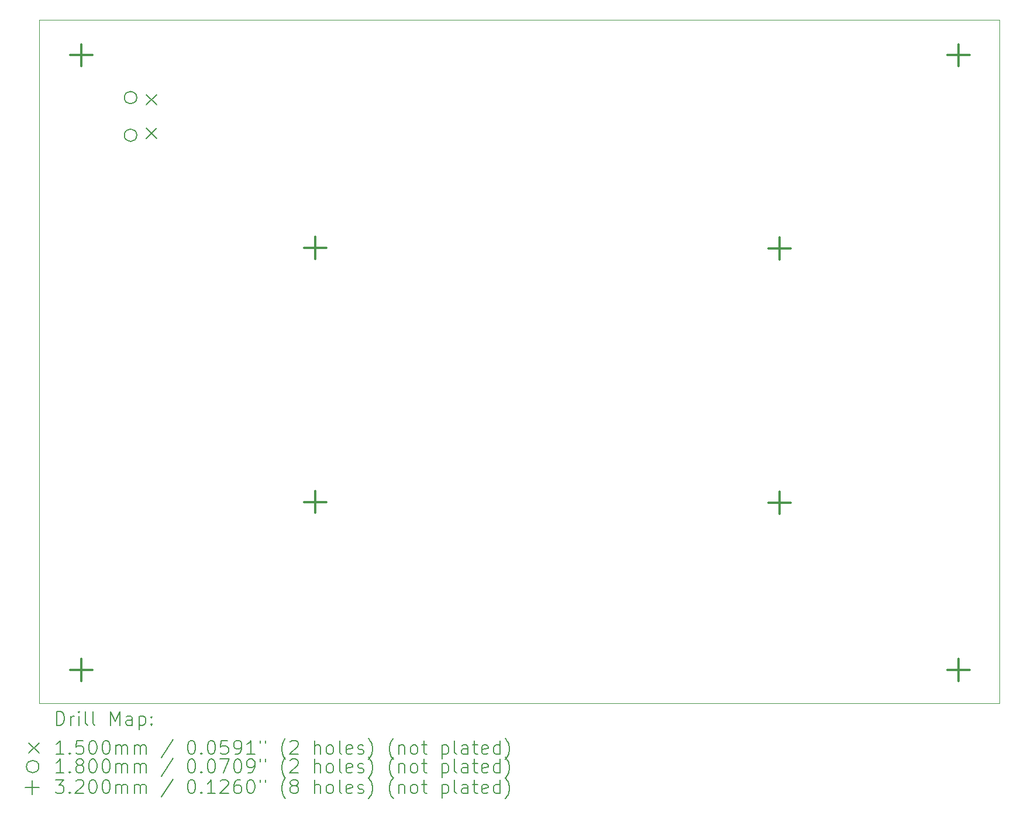
<source format=gbr>
%TF.GenerationSoftware,KiCad,Pcbnew,6.0.11+dfsg-1~bpo11+1*%
%TF.CreationDate,2023-02-20T22:15:40+01:00*%
%TF.ProjectId,v1,76312e6b-6963-4616-945f-706362585858,rev?*%
%TF.SameCoordinates,Original*%
%TF.FileFunction,Drillmap*%
%TF.FilePolarity,Positive*%
%FSLAX45Y45*%
G04 Gerber Fmt 4.5, Leading zero omitted, Abs format (unit mm)*
G04 Created by KiCad (PCBNEW 6.0.11+dfsg-1~bpo11+1) date 2023-02-20 22:15:40*
%MOMM*%
%LPD*%
G01*
G04 APERTURE LIST*
%ADD10C,0.100000*%
%ADD11C,0.200000*%
%ADD12C,0.150000*%
%ADD13C,0.180000*%
%ADD14C,0.320000*%
G04 APERTURE END LIST*
D10*
X23450000Y-13950000D02*
X9550000Y-13950000D01*
X9550000Y-13950000D02*
X9550000Y-4050000D01*
X9550000Y-4050000D02*
X23450000Y-4050000D01*
X23450000Y-4050000D02*
X23450000Y-13950000D01*
D11*
D12*
X11100400Y-5130800D02*
X11250400Y-5280800D01*
X11250400Y-5130800D02*
X11100400Y-5280800D01*
X11100400Y-5615800D02*
X11250400Y-5765800D01*
X11250400Y-5615800D02*
X11100400Y-5765800D01*
D13*
X10962400Y-5175800D02*
G75*
G03*
X10962400Y-5175800I-90000J0D01*
G01*
X10962400Y-5720800D02*
G75*
G03*
X10962400Y-5720800I-90000J0D01*
G01*
D14*
X10160000Y-4402000D02*
X10160000Y-4722000D01*
X10000000Y-4562000D02*
X10320000Y-4562000D01*
X10160000Y-13302000D02*
X10160000Y-13622000D01*
X10000000Y-13462000D02*
X10320000Y-13462000D01*
X13543000Y-7191000D02*
X13543000Y-7511000D01*
X13383000Y-7351000D02*
X13703000Y-7351000D01*
X13543000Y-10871000D02*
X13543000Y-11191000D01*
X13383000Y-11031000D02*
X13703000Y-11031000D01*
X20265000Y-7201000D02*
X20265000Y-7521000D01*
X20105000Y-7361000D02*
X20425000Y-7361000D01*
X20265000Y-10881000D02*
X20265000Y-11201000D01*
X20105000Y-11041000D02*
X20425000Y-11041000D01*
X22860000Y-4402000D02*
X22860000Y-4722000D01*
X22700000Y-4562000D02*
X23020000Y-4562000D01*
X22860000Y-13302000D02*
X22860000Y-13622000D01*
X22700000Y-13462000D02*
X23020000Y-13462000D01*
D11*
X9802619Y-14265476D02*
X9802619Y-14065476D01*
X9850238Y-14065476D01*
X9878810Y-14075000D01*
X9897857Y-14094048D01*
X9907381Y-14113095D01*
X9916905Y-14151190D01*
X9916905Y-14179762D01*
X9907381Y-14217857D01*
X9897857Y-14236905D01*
X9878810Y-14255952D01*
X9850238Y-14265476D01*
X9802619Y-14265476D01*
X10002619Y-14265476D02*
X10002619Y-14132143D01*
X10002619Y-14170238D02*
X10012143Y-14151190D01*
X10021667Y-14141667D01*
X10040714Y-14132143D01*
X10059762Y-14132143D01*
X10126429Y-14265476D02*
X10126429Y-14132143D01*
X10126429Y-14065476D02*
X10116905Y-14075000D01*
X10126429Y-14084524D01*
X10135952Y-14075000D01*
X10126429Y-14065476D01*
X10126429Y-14084524D01*
X10250238Y-14265476D02*
X10231190Y-14255952D01*
X10221667Y-14236905D01*
X10221667Y-14065476D01*
X10355000Y-14265476D02*
X10335952Y-14255952D01*
X10326429Y-14236905D01*
X10326429Y-14065476D01*
X10583571Y-14265476D02*
X10583571Y-14065476D01*
X10650238Y-14208333D01*
X10716905Y-14065476D01*
X10716905Y-14265476D01*
X10897857Y-14265476D02*
X10897857Y-14160714D01*
X10888333Y-14141667D01*
X10869286Y-14132143D01*
X10831190Y-14132143D01*
X10812143Y-14141667D01*
X10897857Y-14255952D02*
X10878810Y-14265476D01*
X10831190Y-14265476D01*
X10812143Y-14255952D01*
X10802619Y-14236905D01*
X10802619Y-14217857D01*
X10812143Y-14198809D01*
X10831190Y-14189286D01*
X10878810Y-14189286D01*
X10897857Y-14179762D01*
X10993095Y-14132143D02*
X10993095Y-14332143D01*
X10993095Y-14141667D02*
X11012143Y-14132143D01*
X11050238Y-14132143D01*
X11069286Y-14141667D01*
X11078810Y-14151190D01*
X11088333Y-14170238D01*
X11088333Y-14227381D01*
X11078810Y-14246428D01*
X11069286Y-14255952D01*
X11050238Y-14265476D01*
X11012143Y-14265476D01*
X10993095Y-14255952D01*
X11174048Y-14246428D02*
X11183571Y-14255952D01*
X11174048Y-14265476D01*
X11164524Y-14255952D01*
X11174048Y-14246428D01*
X11174048Y-14265476D01*
X11174048Y-14141667D02*
X11183571Y-14151190D01*
X11174048Y-14160714D01*
X11164524Y-14151190D01*
X11174048Y-14141667D01*
X11174048Y-14160714D01*
D12*
X9395000Y-14520000D02*
X9545000Y-14670000D01*
X9545000Y-14520000D02*
X9395000Y-14670000D01*
D11*
X9907381Y-14685476D02*
X9793095Y-14685476D01*
X9850238Y-14685476D02*
X9850238Y-14485476D01*
X9831190Y-14514048D01*
X9812143Y-14533095D01*
X9793095Y-14542619D01*
X9993095Y-14666428D02*
X10002619Y-14675952D01*
X9993095Y-14685476D01*
X9983571Y-14675952D01*
X9993095Y-14666428D01*
X9993095Y-14685476D01*
X10183571Y-14485476D02*
X10088333Y-14485476D01*
X10078810Y-14580714D01*
X10088333Y-14571190D01*
X10107381Y-14561667D01*
X10155000Y-14561667D01*
X10174048Y-14571190D01*
X10183571Y-14580714D01*
X10193095Y-14599762D01*
X10193095Y-14647381D01*
X10183571Y-14666428D01*
X10174048Y-14675952D01*
X10155000Y-14685476D01*
X10107381Y-14685476D01*
X10088333Y-14675952D01*
X10078810Y-14666428D01*
X10316905Y-14485476D02*
X10335952Y-14485476D01*
X10355000Y-14495000D01*
X10364524Y-14504524D01*
X10374048Y-14523571D01*
X10383571Y-14561667D01*
X10383571Y-14609286D01*
X10374048Y-14647381D01*
X10364524Y-14666428D01*
X10355000Y-14675952D01*
X10335952Y-14685476D01*
X10316905Y-14685476D01*
X10297857Y-14675952D01*
X10288333Y-14666428D01*
X10278810Y-14647381D01*
X10269286Y-14609286D01*
X10269286Y-14561667D01*
X10278810Y-14523571D01*
X10288333Y-14504524D01*
X10297857Y-14495000D01*
X10316905Y-14485476D01*
X10507381Y-14485476D02*
X10526429Y-14485476D01*
X10545476Y-14495000D01*
X10555000Y-14504524D01*
X10564524Y-14523571D01*
X10574048Y-14561667D01*
X10574048Y-14609286D01*
X10564524Y-14647381D01*
X10555000Y-14666428D01*
X10545476Y-14675952D01*
X10526429Y-14685476D01*
X10507381Y-14685476D01*
X10488333Y-14675952D01*
X10478810Y-14666428D01*
X10469286Y-14647381D01*
X10459762Y-14609286D01*
X10459762Y-14561667D01*
X10469286Y-14523571D01*
X10478810Y-14504524D01*
X10488333Y-14495000D01*
X10507381Y-14485476D01*
X10659762Y-14685476D02*
X10659762Y-14552143D01*
X10659762Y-14571190D02*
X10669286Y-14561667D01*
X10688333Y-14552143D01*
X10716905Y-14552143D01*
X10735952Y-14561667D01*
X10745476Y-14580714D01*
X10745476Y-14685476D01*
X10745476Y-14580714D02*
X10755000Y-14561667D01*
X10774048Y-14552143D01*
X10802619Y-14552143D01*
X10821667Y-14561667D01*
X10831190Y-14580714D01*
X10831190Y-14685476D01*
X10926429Y-14685476D02*
X10926429Y-14552143D01*
X10926429Y-14571190D02*
X10935952Y-14561667D01*
X10955000Y-14552143D01*
X10983571Y-14552143D01*
X11002619Y-14561667D01*
X11012143Y-14580714D01*
X11012143Y-14685476D01*
X11012143Y-14580714D02*
X11021667Y-14561667D01*
X11040714Y-14552143D01*
X11069286Y-14552143D01*
X11088333Y-14561667D01*
X11097857Y-14580714D01*
X11097857Y-14685476D01*
X11488333Y-14475952D02*
X11316905Y-14733095D01*
X11745476Y-14485476D02*
X11764524Y-14485476D01*
X11783571Y-14495000D01*
X11793095Y-14504524D01*
X11802619Y-14523571D01*
X11812143Y-14561667D01*
X11812143Y-14609286D01*
X11802619Y-14647381D01*
X11793095Y-14666428D01*
X11783571Y-14675952D01*
X11764524Y-14685476D01*
X11745476Y-14685476D01*
X11726428Y-14675952D01*
X11716905Y-14666428D01*
X11707381Y-14647381D01*
X11697857Y-14609286D01*
X11697857Y-14561667D01*
X11707381Y-14523571D01*
X11716905Y-14504524D01*
X11726428Y-14495000D01*
X11745476Y-14485476D01*
X11897857Y-14666428D02*
X11907381Y-14675952D01*
X11897857Y-14685476D01*
X11888333Y-14675952D01*
X11897857Y-14666428D01*
X11897857Y-14685476D01*
X12031190Y-14485476D02*
X12050238Y-14485476D01*
X12069286Y-14495000D01*
X12078809Y-14504524D01*
X12088333Y-14523571D01*
X12097857Y-14561667D01*
X12097857Y-14609286D01*
X12088333Y-14647381D01*
X12078809Y-14666428D01*
X12069286Y-14675952D01*
X12050238Y-14685476D01*
X12031190Y-14685476D01*
X12012143Y-14675952D01*
X12002619Y-14666428D01*
X11993095Y-14647381D01*
X11983571Y-14609286D01*
X11983571Y-14561667D01*
X11993095Y-14523571D01*
X12002619Y-14504524D01*
X12012143Y-14495000D01*
X12031190Y-14485476D01*
X12278809Y-14485476D02*
X12183571Y-14485476D01*
X12174048Y-14580714D01*
X12183571Y-14571190D01*
X12202619Y-14561667D01*
X12250238Y-14561667D01*
X12269286Y-14571190D01*
X12278809Y-14580714D01*
X12288333Y-14599762D01*
X12288333Y-14647381D01*
X12278809Y-14666428D01*
X12269286Y-14675952D01*
X12250238Y-14685476D01*
X12202619Y-14685476D01*
X12183571Y-14675952D01*
X12174048Y-14666428D01*
X12383571Y-14685476D02*
X12421667Y-14685476D01*
X12440714Y-14675952D01*
X12450238Y-14666428D01*
X12469286Y-14637857D01*
X12478809Y-14599762D01*
X12478809Y-14523571D01*
X12469286Y-14504524D01*
X12459762Y-14495000D01*
X12440714Y-14485476D01*
X12402619Y-14485476D01*
X12383571Y-14495000D01*
X12374048Y-14504524D01*
X12364524Y-14523571D01*
X12364524Y-14571190D01*
X12374048Y-14590238D01*
X12383571Y-14599762D01*
X12402619Y-14609286D01*
X12440714Y-14609286D01*
X12459762Y-14599762D01*
X12469286Y-14590238D01*
X12478809Y-14571190D01*
X12669286Y-14685476D02*
X12555000Y-14685476D01*
X12612143Y-14685476D02*
X12612143Y-14485476D01*
X12593095Y-14514048D01*
X12574048Y-14533095D01*
X12555000Y-14542619D01*
X12745476Y-14485476D02*
X12745476Y-14523571D01*
X12821667Y-14485476D02*
X12821667Y-14523571D01*
X13116905Y-14761667D02*
X13107381Y-14752143D01*
X13088333Y-14723571D01*
X13078809Y-14704524D01*
X13069286Y-14675952D01*
X13059762Y-14628333D01*
X13059762Y-14590238D01*
X13069286Y-14542619D01*
X13078809Y-14514048D01*
X13088333Y-14495000D01*
X13107381Y-14466428D01*
X13116905Y-14456905D01*
X13183571Y-14504524D02*
X13193095Y-14495000D01*
X13212143Y-14485476D01*
X13259762Y-14485476D01*
X13278809Y-14495000D01*
X13288333Y-14504524D01*
X13297857Y-14523571D01*
X13297857Y-14542619D01*
X13288333Y-14571190D01*
X13174048Y-14685476D01*
X13297857Y-14685476D01*
X13535952Y-14685476D02*
X13535952Y-14485476D01*
X13621667Y-14685476D02*
X13621667Y-14580714D01*
X13612143Y-14561667D01*
X13593095Y-14552143D01*
X13564524Y-14552143D01*
X13545476Y-14561667D01*
X13535952Y-14571190D01*
X13745476Y-14685476D02*
X13726428Y-14675952D01*
X13716905Y-14666428D01*
X13707381Y-14647381D01*
X13707381Y-14590238D01*
X13716905Y-14571190D01*
X13726428Y-14561667D01*
X13745476Y-14552143D01*
X13774048Y-14552143D01*
X13793095Y-14561667D01*
X13802619Y-14571190D01*
X13812143Y-14590238D01*
X13812143Y-14647381D01*
X13802619Y-14666428D01*
X13793095Y-14675952D01*
X13774048Y-14685476D01*
X13745476Y-14685476D01*
X13926428Y-14685476D02*
X13907381Y-14675952D01*
X13897857Y-14656905D01*
X13897857Y-14485476D01*
X14078809Y-14675952D02*
X14059762Y-14685476D01*
X14021667Y-14685476D01*
X14002619Y-14675952D01*
X13993095Y-14656905D01*
X13993095Y-14580714D01*
X14002619Y-14561667D01*
X14021667Y-14552143D01*
X14059762Y-14552143D01*
X14078809Y-14561667D01*
X14088333Y-14580714D01*
X14088333Y-14599762D01*
X13993095Y-14618809D01*
X14164524Y-14675952D02*
X14183571Y-14685476D01*
X14221667Y-14685476D01*
X14240714Y-14675952D01*
X14250238Y-14656905D01*
X14250238Y-14647381D01*
X14240714Y-14628333D01*
X14221667Y-14618809D01*
X14193095Y-14618809D01*
X14174048Y-14609286D01*
X14164524Y-14590238D01*
X14164524Y-14580714D01*
X14174048Y-14561667D01*
X14193095Y-14552143D01*
X14221667Y-14552143D01*
X14240714Y-14561667D01*
X14316905Y-14761667D02*
X14326428Y-14752143D01*
X14345476Y-14723571D01*
X14355000Y-14704524D01*
X14364524Y-14675952D01*
X14374048Y-14628333D01*
X14374048Y-14590238D01*
X14364524Y-14542619D01*
X14355000Y-14514048D01*
X14345476Y-14495000D01*
X14326428Y-14466428D01*
X14316905Y-14456905D01*
X14678809Y-14761667D02*
X14669286Y-14752143D01*
X14650238Y-14723571D01*
X14640714Y-14704524D01*
X14631190Y-14675952D01*
X14621667Y-14628333D01*
X14621667Y-14590238D01*
X14631190Y-14542619D01*
X14640714Y-14514048D01*
X14650238Y-14495000D01*
X14669286Y-14466428D01*
X14678809Y-14456905D01*
X14755000Y-14552143D02*
X14755000Y-14685476D01*
X14755000Y-14571190D02*
X14764524Y-14561667D01*
X14783571Y-14552143D01*
X14812143Y-14552143D01*
X14831190Y-14561667D01*
X14840714Y-14580714D01*
X14840714Y-14685476D01*
X14964524Y-14685476D02*
X14945476Y-14675952D01*
X14935952Y-14666428D01*
X14926428Y-14647381D01*
X14926428Y-14590238D01*
X14935952Y-14571190D01*
X14945476Y-14561667D01*
X14964524Y-14552143D01*
X14993095Y-14552143D01*
X15012143Y-14561667D01*
X15021667Y-14571190D01*
X15031190Y-14590238D01*
X15031190Y-14647381D01*
X15021667Y-14666428D01*
X15012143Y-14675952D01*
X14993095Y-14685476D01*
X14964524Y-14685476D01*
X15088333Y-14552143D02*
X15164524Y-14552143D01*
X15116905Y-14485476D02*
X15116905Y-14656905D01*
X15126428Y-14675952D01*
X15145476Y-14685476D01*
X15164524Y-14685476D01*
X15383571Y-14552143D02*
X15383571Y-14752143D01*
X15383571Y-14561667D02*
X15402619Y-14552143D01*
X15440714Y-14552143D01*
X15459762Y-14561667D01*
X15469286Y-14571190D01*
X15478809Y-14590238D01*
X15478809Y-14647381D01*
X15469286Y-14666428D01*
X15459762Y-14675952D01*
X15440714Y-14685476D01*
X15402619Y-14685476D01*
X15383571Y-14675952D01*
X15593095Y-14685476D02*
X15574048Y-14675952D01*
X15564524Y-14656905D01*
X15564524Y-14485476D01*
X15755000Y-14685476D02*
X15755000Y-14580714D01*
X15745476Y-14561667D01*
X15726428Y-14552143D01*
X15688333Y-14552143D01*
X15669286Y-14561667D01*
X15755000Y-14675952D02*
X15735952Y-14685476D01*
X15688333Y-14685476D01*
X15669286Y-14675952D01*
X15659762Y-14656905D01*
X15659762Y-14637857D01*
X15669286Y-14618809D01*
X15688333Y-14609286D01*
X15735952Y-14609286D01*
X15755000Y-14599762D01*
X15821667Y-14552143D02*
X15897857Y-14552143D01*
X15850238Y-14485476D02*
X15850238Y-14656905D01*
X15859762Y-14675952D01*
X15878809Y-14685476D01*
X15897857Y-14685476D01*
X16040714Y-14675952D02*
X16021667Y-14685476D01*
X15983571Y-14685476D01*
X15964524Y-14675952D01*
X15955000Y-14656905D01*
X15955000Y-14580714D01*
X15964524Y-14561667D01*
X15983571Y-14552143D01*
X16021667Y-14552143D01*
X16040714Y-14561667D01*
X16050238Y-14580714D01*
X16050238Y-14599762D01*
X15955000Y-14618809D01*
X16221667Y-14685476D02*
X16221667Y-14485476D01*
X16221667Y-14675952D02*
X16202619Y-14685476D01*
X16164524Y-14685476D01*
X16145476Y-14675952D01*
X16135952Y-14666428D01*
X16126428Y-14647381D01*
X16126428Y-14590238D01*
X16135952Y-14571190D01*
X16145476Y-14561667D01*
X16164524Y-14552143D01*
X16202619Y-14552143D01*
X16221667Y-14561667D01*
X16297857Y-14761667D02*
X16307381Y-14752143D01*
X16326428Y-14723571D01*
X16335952Y-14704524D01*
X16345476Y-14675952D01*
X16355000Y-14628333D01*
X16355000Y-14590238D01*
X16345476Y-14542619D01*
X16335952Y-14514048D01*
X16326428Y-14495000D01*
X16307381Y-14466428D01*
X16297857Y-14456905D01*
D13*
X9545000Y-14865000D02*
G75*
G03*
X9545000Y-14865000I-90000J0D01*
G01*
D11*
X9907381Y-14955476D02*
X9793095Y-14955476D01*
X9850238Y-14955476D02*
X9850238Y-14755476D01*
X9831190Y-14784048D01*
X9812143Y-14803095D01*
X9793095Y-14812619D01*
X9993095Y-14936428D02*
X10002619Y-14945952D01*
X9993095Y-14955476D01*
X9983571Y-14945952D01*
X9993095Y-14936428D01*
X9993095Y-14955476D01*
X10116905Y-14841190D02*
X10097857Y-14831667D01*
X10088333Y-14822143D01*
X10078810Y-14803095D01*
X10078810Y-14793571D01*
X10088333Y-14774524D01*
X10097857Y-14765000D01*
X10116905Y-14755476D01*
X10155000Y-14755476D01*
X10174048Y-14765000D01*
X10183571Y-14774524D01*
X10193095Y-14793571D01*
X10193095Y-14803095D01*
X10183571Y-14822143D01*
X10174048Y-14831667D01*
X10155000Y-14841190D01*
X10116905Y-14841190D01*
X10097857Y-14850714D01*
X10088333Y-14860238D01*
X10078810Y-14879286D01*
X10078810Y-14917381D01*
X10088333Y-14936428D01*
X10097857Y-14945952D01*
X10116905Y-14955476D01*
X10155000Y-14955476D01*
X10174048Y-14945952D01*
X10183571Y-14936428D01*
X10193095Y-14917381D01*
X10193095Y-14879286D01*
X10183571Y-14860238D01*
X10174048Y-14850714D01*
X10155000Y-14841190D01*
X10316905Y-14755476D02*
X10335952Y-14755476D01*
X10355000Y-14765000D01*
X10364524Y-14774524D01*
X10374048Y-14793571D01*
X10383571Y-14831667D01*
X10383571Y-14879286D01*
X10374048Y-14917381D01*
X10364524Y-14936428D01*
X10355000Y-14945952D01*
X10335952Y-14955476D01*
X10316905Y-14955476D01*
X10297857Y-14945952D01*
X10288333Y-14936428D01*
X10278810Y-14917381D01*
X10269286Y-14879286D01*
X10269286Y-14831667D01*
X10278810Y-14793571D01*
X10288333Y-14774524D01*
X10297857Y-14765000D01*
X10316905Y-14755476D01*
X10507381Y-14755476D02*
X10526429Y-14755476D01*
X10545476Y-14765000D01*
X10555000Y-14774524D01*
X10564524Y-14793571D01*
X10574048Y-14831667D01*
X10574048Y-14879286D01*
X10564524Y-14917381D01*
X10555000Y-14936428D01*
X10545476Y-14945952D01*
X10526429Y-14955476D01*
X10507381Y-14955476D01*
X10488333Y-14945952D01*
X10478810Y-14936428D01*
X10469286Y-14917381D01*
X10459762Y-14879286D01*
X10459762Y-14831667D01*
X10469286Y-14793571D01*
X10478810Y-14774524D01*
X10488333Y-14765000D01*
X10507381Y-14755476D01*
X10659762Y-14955476D02*
X10659762Y-14822143D01*
X10659762Y-14841190D02*
X10669286Y-14831667D01*
X10688333Y-14822143D01*
X10716905Y-14822143D01*
X10735952Y-14831667D01*
X10745476Y-14850714D01*
X10745476Y-14955476D01*
X10745476Y-14850714D02*
X10755000Y-14831667D01*
X10774048Y-14822143D01*
X10802619Y-14822143D01*
X10821667Y-14831667D01*
X10831190Y-14850714D01*
X10831190Y-14955476D01*
X10926429Y-14955476D02*
X10926429Y-14822143D01*
X10926429Y-14841190D02*
X10935952Y-14831667D01*
X10955000Y-14822143D01*
X10983571Y-14822143D01*
X11002619Y-14831667D01*
X11012143Y-14850714D01*
X11012143Y-14955476D01*
X11012143Y-14850714D02*
X11021667Y-14831667D01*
X11040714Y-14822143D01*
X11069286Y-14822143D01*
X11088333Y-14831667D01*
X11097857Y-14850714D01*
X11097857Y-14955476D01*
X11488333Y-14745952D02*
X11316905Y-15003095D01*
X11745476Y-14755476D02*
X11764524Y-14755476D01*
X11783571Y-14765000D01*
X11793095Y-14774524D01*
X11802619Y-14793571D01*
X11812143Y-14831667D01*
X11812143Y-14879286D01*
X11802619Y-14917381D01*
X11793095Y-14936428D01*
X11783571Y-14945952D01*
X11764524Y-14955476D01*
X11745476Y-14955476D01*
X11726428Y-14945952D01*
X11716905Y-14936428D01*
X11707381Y-14917381D01*
X11697857Y-14879286D01*
X11697857Y-14831667D01*
X11707381Y-14793571D01*
X11716905Y-14774524D01*
X11726428Y-14765000D01*
X11745476Y-14755476D01*
X11897857Y-14936428D02*
X11907381Y-14945952D01*
X11897857Y-14955476D01*
X11888333Y-14945952D01*
X11897857Y-14936428D01*
X11897857Y-14955476D01*
X12031190Y-14755476D02*
X12050238Y-14755476D01*
X12069286Y-14765000D01*
X12078809Y-14774524D01*
X12088333Y-14793571D01*
X12097857Y-14831667D01*
X12097857Y-14879286D01*
X12088333Y-14917381D01*
X12078809Y-14936428D01*
X12069286Y-14945952D01*
X12050238Y-14955476D01*
X12031190Y-14955476D01*
X12012143Y-14945952D01*
X12002619Y-14936428D01*
X11993095Y-14917381D01*
X11983571Y-14879286D01*
X11983571Y-14831667D01*
X11993095Y-14793571D01*
X12002619Y-14774524D01*
X12012143Y-14765000D01*
X12031190Y-14755476D01*
X12164524Y-14755476D02*
X12297857Y-14755476D01*
X12212143Y-14955476D01*
X12412143Y-14755476D02*
X12431190Y-14755476D01*
X12450238Y-14765000D01*
X12459762Y-14774524D01*
X12469286Y-14793571D01*
X12478809Y-14831667D01*
X12478809Y-14879286D01*
X12469286Y-14917381D01*
X12459762Y-14936428D01*
X12450238Y-14945952D01*
X12431190Y-14955476D01*
X12412143Y-14955476D01*
X12393095Y-14945952D01*
X12383571Y-14936428D01*
X12374048Y-14917381D01*
X12364524Y-14879286D01*
X12364524Y-14831667D01*
X12374048Y-14793571D01*
X12383571Y-14774524D01*
X12393095Y-14765000D01*
X12412143Y-14755476D01*
X12574048Y-14955476D02*
X12612143Y-14955476D01*
X12631190Y-14945952D01*
X12640714Y-14936428D01*
X12659762Y-14907857D01*
X12669286Y-14869762D01*
X12669286Y-14793571D01*
X12659762Y-14774524D01*
X12650238Y-14765000D01*
X12631190Y-14755476D01*
X12593095Y-14755476D01*
X12574048Y-14765000D01*
X12564524Y-14774524D01*
X12555000Y-14793571D01*
X12555000Y-14841190D01*
X12564524Y-14860238D01*
X12574048Y-14869762D01*
X12593095Y-14879286D01*
X12631190Y-14879286D01*
X12650238Y-14869762D01*
X12659762Y-14860238D01*
X12669286Y-14841190D01*
X12745476Y-14755476D02*
X12745476Y-14793571D01*
X12821667Y-14755476D02*
X12821667Y-14793571D01*
X13116905Y-15031667D02*
X13107381Y-15022143D01*
X13088333Y-14993571D01*
X13078809Y-14974524D01*
X13069286Y-14945952D01*
X13059762Y-14898333D01*
X13059762Y-14860238D01*
X13069286Y-14812619D01*
X13078809Y-14784048D01*
X13088333Y-14765000D01*
X13107381Y-14736428D01*
X13116905Y-14726905D01*
X13183571Y-14774524D02*
X13193095Y-14765000D01*
X13212143Y-14755476D01*
X13259762Y-14755476D01*
X13278809Y-14765000D01*
X13288333Y-14774524D01*
X13297857Y-14793571D01*
X13297857Y-14812619D01*
X13288333Y-14841190D01*
X13174048Y-14955476D01*
X13297857Y-14955476D01*
X13535952Y-14955476D02*
X13535952Y-14755476D01*
X13621667Y-14955476D02*
X13621667Y-14850714D01*
X13612143Y-14831667D01*
X13593095Y-14822143D01*
X13564524Y-14822143D01*
X13545476Y-14831667D01*
X13535952Y-14841190D01*
X13745476Y-14955476D02*
X13726428Y-14945952D01*
X13716905Y-14936428D01*
X13707381Y-14917381D01*
X13707381Y-14860238D01*
X13716905Y-14841190D01*
X13726428Y-14831667D01*
X13745476Y-14822143D01*
X13774048Y-14822143D01*
X13793095Y-14831667D01*
X13802619Y-14841190D01*
X13812143Y-14860238D01*
X13812143Y-14917381D01*
X13802619Y-14936428D01*
X13793095Y-14945952D01*
X13774048Y-14955476D01*
X13745476Y-14955476D01*
X13926428Y-14955476D02*
X13907381Y-14945952D01*
X13897857Y-14926905D01*
X13897857Y-14755476D01*
X14078809Y-14945952D02*
X14059762Y-14955476D01*
X14021667Y-14955476D01*
X14002619Y-14945952D01*
X13993095Y-14926905D01*
X13993095Y-14850714D01*
X14002619Y-14831667D01*
X14021667Y-14822143D01*
X14059762Y-14822143D01*
X14078809Y-14831667D01*
X14088333Y-14850714D01*
X14088333Y-14869762D01*
X13993095Y-14888809D01*
X14164524Y-14945952D02*
X14183571Y-14955476D01*
X14221667Y-14955476D01*
X14240714Y-14945952D01*
X14250238Y-14926905D01*
X14250238Y-14917381D01*
X14240714Y-14898333D01*
X14221667Y-14888809D01*
X14193095Y-14888809D01*
X14174048Y-14879286D01*
X14164524Y-14860238D01*
X14164524Y-14850714D01*
X14174048Y-14831667D01*
X14193095Y-14822143D01*
X14221667Y-14822143D01*
X14240714Y-14831667D01*
X14316905Y-15031667D02*
X14326428Y-15022143D01*
X14345476Y-14993571D01*
X14355000Y-14974524D01*
X14364524Y-14945952D01*
X14374048Y-14898333D01*
X14374048Y-14860238D01*
X14364524Y-14812619D01*
X14355000Y-14784048D01*
X14345476Y-14765000D01*
X14326428Y-14736428D01*
X14316905Y-14726905D01*
X14678809Y-15031667D02*
X14669286Y-15022143D01*
X14650238Y-14993571D01*
X14640714Y-14974524D01*
X14631190Y-14945952D01*
X14621667Y-14898333D01*
X14621667Y-14860238D01*
X14631190Y-14812619D01*
X14640714Y-14784048D01*
X14650238Y-14765000D01*
X14669286Y-14736428D01*
X14678809Y-14726905D01*
X14755000Y-14822143D02*
X14755000Y-14955476D01*
X14755000Y-14841190D02*
X14764524Y-14831667D01*
X14783571Y-14822143D01*
X14812143Y-14822143D01*
X14831190Y-14831667D01*
X14840714Y-14850714D01*
X14840714Y-14955476D01*
X14964524Y-14955476D02*
X14945476Y-14945952D01*
X14935952Y-14936428D01*
X14926428Y-14917381D01*
X14926428Y-14860238D01*
X14935952Y-14841190D01*
X14945476Y-14831667D01*
X14964524Y-14822143D01*
X14993095Y-14822143D01*
X15012143Y-14831667D01*
X15021667Y-14841190D01*
X15031190Y-14860238D01*
X15031190Y-14917381D01*
X15021667Y-14936428D01*
X15012143Y-14945952D01*
X14993095Y-14955476D01*
X14964524Y-14955476D01*
X15088333Y-14822143D02*
X15164524Y-14822143D01*
X15116905Y-14755476D02*
X15116905Y-14926905D01*
X15126428Y-14945952D01*
X15145476Y-14955476D01*
X15164524Y-14955476D01*
X15383571Y-14822143D02*
X15383571Y-15022143D01*
X15383571Y-14831667D02*
X15402619Y-14822143D01*
X15440714Y-14822143D01*
X15459762Y-14831667D01*
X15469286Y-14841190D01*
X15478809Y-14860238D01*
X15478809Y-14917381D01*
X15469286Y-14936428D01*
X15459762Y-14945952D01*
X15440714Y-14955476D01*
X15402619Y-14955476D01*
X15383571Y-14945952D01*
X15593095Y-14955476D02*
X15574048Y-14945952D01*
X15564524Y-14926905D01*
X15564524Y-14755476D01*
X15755000Y-14955476D02*
X15755000Y-14850714D01*
X15745476Y-14831667D01*
X15726428Y-14822143D01*
X15688333Y-14822143D01*
X15669286Y-14831667D01*
X15755000Y-14945952D02*
X15735952Y-14955476D01*
X15688333Y-14955476D01*
X15669286Y-14945952D01*
X15659762Y-14926905D01*
X15659762Y-14907857D01*
X15669286Y-14888809D01*
X15688333Y-14879286D01*
X15735952Y-14879286D01*
X15755000Y-14869762D01*
X15821667Y-14822143D02*
X15897857Y-14822143D01*
X15850238Y-14755476D02*
X15850238Y-14926905D01*
X15859762Y-14945952D01*
X15878809Y-14955476D01*
X15897857Y-14955476D01*
X16040714Y-14945952D02*
X16021667Y-14955476D01*
X15983571Y-14955476D01*
X15964524Y-14945952D01*
X15955000Y-14926905D01*
X15955000Y-14850714D01*
X15964524Y-14831667D01*
X15983571Y-14822143D01*
X16021667Y-14822143D01*
X16040714Y-14831667D01*
X16050238Y-14850714D01*
X16050238Y-14869762D01*
X15955000Y-14888809D01*
X16221667Y-14955476D02*
X16221667Y-14755476D01*
X16221667Y-14945952D02*
X16202619Y-14955476D01*
X16164524Y-14955476D01*
X16145476Y-14945952D01*
X16135952Y-14936428D01*
X16126428Y-14917381D01*
X16126428Y-14860238D01*
X16135952Y-14841190D01*
X16145476Y-14831667D01*
X16164524Y-14822143D01*
X16202619Y-14822143D01*
X16221667Y-14831667D01*
X16297857Y-15031667D02*
X16307381Y-15022143D01*
X16326428Y-14993571D01*
X16335952Y-14974524D01*
X16345476Y-14945952D01*
X16355000Y-14898333D01*
X16355000Y-14860238D01*
X16345476Y-14812619D01*
X16335952Y-14784048D01*
X16326428Y-14765000D01*
X16307381Y-14736428D01*
X16297857Y-14726905D01*
X9445000Y-15065000D02*
X9445000Y-15265000D01*
X9345000Y-15165000D02*
X9545000Y-15165000D01*
X9783571Y-15055476D02*
X9907381Y-15055476D01*
X9840714Y-15131667D01*
X9869286Y-15131667D01*
X9888333Y-15141190D01*
X9897857Y-15150714D01*
X9907381Y-15169762D01*
X9907381Y-15217381D01*
X9897857Y-15236428D01*
X9888333Y-15245952D01*
X9869286Y-15255476D01*
X9812143Y-15255476D01*
X9793095Y-15245952D01*
X9783571Y-15236428D01*
X9993095Y-15236428D02*
X10002619Y-15245952D01*
X9993095Y-15255476D01*
X9983571Y-15245952D01*
X9993095Y-15236428D01*
X9993095Y-15255476D01*
X10078810Y-15074524D02*
X10088333Y-15065000D01*
X10107381Y-15055476D01*
X10155000Y-15055476D01*
X10174048Y-15065000D01*
X10183571Y-15074524D01*
X10193095Y-15093571D01*
X10193095Y-15112619D01*
X10183571Y-15141190D01*
X10069286Y-15255476D01*
X10193095Y-15255476D01*
X10316905Y-15055476D02*
X10335952Y-15055476D01*
X10355000Y-15065000D01*
X10364524Y-15074524D01*
X10374048Y-15093571D01*
X10383571Y-15131667D01*
X10383571Y-15179286D01*
X10374048Y-15217381D01*
X10364524Y-15236428D01*
X10355000Y-15245952D01*
X10335952Y-15255476D01*
X10316905Y-15255476D01*
X10297857Y-15245952D01*
X10288333Y-15236428D01*
X10278810Y-15217381D01*
X10269286Y-15179286D01*
X10269286Y-15131667D01*
X10278810Y-15093571D01*
X10288333Y-15074524D01*
X10297857Y-15065000D01*
X10316905Y-15055476D01*
X10507381Y-15055476D02*
X10526429Y-15055476D01*
X10545476Y-15065000D01*
X10555000Y-15074524D01*
X10564524Y-15093571D01*
X10574048Y-15131667D01*
X10574048Y-15179286D01*
X10564524Y-15217381D01*
X10555000Y-15236428D01*
X10545476Y-15245952D01*
X10526429Y-15255476D01*
X10507381Y-15255476D01*
X10488333Y-15245952D01*
X10478810Y-15236428D01*
X10469286Y-15217381D01*
X10459762Y-15179286D01*
X10459762Y-15131667D01*
X10469286Y-15093571D01*
X10478810Y-15074524D01*
X10488333Y-15065000D01*
X10507381Y-15055476D01*
X10659762Y-15255476D02*
X10659762Y-15122143D01*
X10659762Y-15141190D02*
X10669286Y-15131667D01*
X10688333Y-15122143D01*
X10716905Y-15122143D01*
X10735952Y-15131667D01*
X10745476Y-15150714D01*
X10745476Y-15255476D01*
X10745476Y-15150714D02*
X10755000Y-15131667D01*
X10774048Y-15122143D01*
X10802619Y-15122143D01*
X10821667Y-15131667D01*
X10831190Y-15150714D01*
X10831190Y-15255476D01*
X10926429Y-15255476D02*
X10926429Y-15122143D01*
X10926429Y-15141190D02*
X10935952Y-15131667D01*
X10955000Y-15122143D01*
X10983571Y-15122143D01*
X11002619Y-15131667D01*
X11012143Y-15150714D01*
X11012143Y-15255476D01*
X11012143Y-15150714D02*
X11021667Y-15131667D01*
X11040714Y-15122143D01*
X11069286Y-15122143D01*
X11088333Y-15131667D01*
X11097857Y-15150714D01*
X11097857Y-15255476D01*
X11488333Y-15045952D02*
X11316905Y-15303095D01*
X11745476Y-15055476D02*
X11764524Y-15055476D01*
X11783571Y-15065000D01*
X11793095Y-15074524D01*
X11802619Y-15093571D01*
X11812143Y-15131667D01*
X11812143Y-15179286D01*
X11802619Y-15217381D01*
X11793095Y-15236428D01*
X11783571Y-15245952D01*
X11764524Y-15255476D01*
X11745476Y-15255476D01*
X11726428Y-15245952D01*
X11716905Y-15236428D01*
X11707381Y-15217381D01*
X11697857Y-15179286D01*
X11697857Y-15131667D01*
X11707381Y-15093571D01*
X11716905Y-15074524D01*
X11726428Y-15065000D01*
X11745476Y-15055476D01*
X11897857Y-15236428D02*
X11907381Y-15245952D01*
X11897857Y-15255476D01*
X11888333Y-15245952D01*
X11897857Y-15236428D01*
X11897857Y-15255476D01*
X12097857Y-15255476D02*
X11983571Y-15255476D01*
X12040714Y-15255476D02*
X12040714Y-15055476D01*
X12021667Y-15084048D01*
X12002619Y-15103095D01*
X11983571Y-15112619D01*
X12174048Y-15074524D02*
X12183571Y-15065000D01*
X12202619Y-15055476D01*
X12250238Y-15055476D01*
X12269286Y-15065000D01*
X12278809Y-15074524D01*
X12288333Y-15093571D01*
X12288333Y-15112619D01*
X12278809Y-15141190D01*
X12164524Y-15255476D01*
X12288333Y-15255476D01*
X12459762Y-15055476D02*
X12421667Y-15055476D01*
X12402619Y-15065000D01*
X12393095Y-15074524D01*
X12374048Y-15103095D01*
X12364524Y-15141190D01*
X12364524Y-15217381D01*
X12374048Y-15236428D01*
X12383571Y-15245952D01*
X12402619Y-15255476D01*
X12440714Y-15255476D01*
X12459762Y-15245952D01*
X12469286Y-15236428D01*
X12478809Y-15217381D01*
X12478809Y-15169762D01*
X12469286Y-15150714D01*
X12459762Y-15141190D01*
X12440714Y-15131667D01*
X12402619Y-15131667D01*
X12383571Y-15141190D01*
X12374048Y-15150714D01*
X12364524Y-15169762D01*
X12602619Y-15055476D02*
X12621667Y-15055476D01*
X12640714Y-15065000D01*
X12650238Y-15074524D01*
X12659762Y-15093571D01*
X12669286Y-15131667D01*
X12669286Y-15179286D01*
X12659762Y-15217381D01*
X12650238Y-15236428D01*
X12640714Y-15245952D01*
X12621667Y-15255476D01*
X12602619Y-15255476D01*
X12583571Y-15245952D01*
X12574048Y-15236428D01*
X12564524Y-15217381D01*
X12555000Y-15179286D01*
X12555000Y-15131667D01*
X12564524Y-15093571D01*
X12574048Y-15074524D01*
X12583571Y-15065000D01*
X12602619Y-15055476D01*
X12745476Y-15055476D02*
X12745476Y-15093571D01*
X12821667Y-15055476D02*
X12821667Y-15093571D01*
X13116905Y-15331667D02*
X13107381Y-15322143D01*
X13088333Y-15293571D01*
X13078809Y-15274524D01*
X13069286Y-15245952D01*
X13059762Y-15198333D01*
X13059762Y-15160238D01*
X13069286Y-15112619D01*
X13078809Y-15084048D01*
X13088333Y-15065000D01*
X13107381Y-15036428D01*
X13116905Y-15026905D01*
X13221667Y-15141190D02*
X13202619Y-15131667D01*
X13193095Y-15122143D01*
X13183571Y-15103095D01*
X13183571Y-15093571D01*
X13193095Y-15074524D01*
X13202619Y-15065000D01*
X13221667Y-15055476D01*
X13259762Y-15055476D01*
X13278809Y-15065000D01*
X13288333Y-15074524D01*
X13297857Y-15093571D01*
X13297857Y-15103095D01*
X13288333Y-15122143D01*
X13278809Y-15131667D01*
X13259762Y-15141190D01*
X13221667Y-15141190D01*
X13202619Y-15150714D01*
X13193095Y-15160238D01*
X13183571Y-15179286D01*
X13183571Y-15217381D01*
X13193095Y-15236428D01*
X13202619Y-15245952D01*
X13221667Y-15255476D01*
X13259762Y-15255476D01*
X13278809Y-15245952D01*
X13288333Y-15236428D01*
X13297857Y-15217381D01*
X13297857Y-15179286D01*
X13288333Y-15160238D01*
X13278809Y-15150714D01*
X13259762Y-15141190D01*
X13535952Y-15255476D02*
X13535952Y-15055476D01*
X13621667Y-15255476D02*
X13621667Y-15150714D01*
X13612143Y-15131667D01*
X13593095Y-15122143D01*
X13564524Y-15122143D01*
X13545476Y-15131667D01*
X13535952Y-15141190D01*
X13745476Y-15255476D02*
X13726428Y-15245952D01*
X13716905Y-15236428D01*
X13707381Y-15217381D01*
X13707381Y-15160238D01*
X13716905Y-15141190D01*
X13726428Y-15131667D01*
X13745476Y-15122143D01*
X13774048Y-15122143D01*
X13793095Y-15131667D01*
X13802619Y-15141190D01*
X13812143Y-15160238D01*
X13812143Y-15217381D01*
X13802619Y-15236428D01*
X13793095Y-15245952D01*
X13774048Y-15255476D01*
X13745476Y-15255476D01*
X13926428Y-15255476D02*
X13907381Y-15245952D01*
X13897857Y-15226905D01*
X13897857Y-15055476D01*
X14078809Y-15245952D02*
X14059762Y-15255476D01*
X14021667Y-15255476D01*
X14002619Y-15245952D01*
X13993095Y-15226905D01*
X13993095Y-15150714D01*
X14002619Y-15131667D01*
X14021667Y-15122143D01*
X14059762Y-15122143D01*
X14078809Y-15131667D01*
X14088333Y-15150714D01*
X14088333Y-15169762D01*
X13993095Y-15188809D01*
X14164524Y-15245952D02*
X14183571Y-15255476D01*
X14221667Y-15255476D01*
X14240714Y-15245952D01*
X14250238Y-15226905D01*
X14250238Y-15217381D01*
X14240714Y-15198333D01*
X14221667Y-15188809D01*
X14193095Y-15188809D01*
X14174048Y-15179286D01*
X14164524Y-15160238D01*
X14164524Y-15150714D01*
X14174048Y-15131667D01*
X14193095Y-15122143D01*
X14221667Y-15122143D01*
X14240714Y-15131667D01*
X14316905Y-15331667D02*
X14326428Y-15322143D01*
X14345476Y-15293571D01*
X14355000Y-15274524D01*
X14364524Y-15245952D01*
X14374048Y-15198333D01*
X14374048Y-15160238D01*
X14364524Y-15112619D01*
X14355000Y-15084048D01*
X14345476Y-15065000D01*
X14326428Y-15036428D01*
X14316905Y-15026905D01*
X14678809Y-15331667D02*
X14669286Y-15322143D01*
X14650238Y-15293571D01*
X14640714Y-15274524D01*
X14631190Y-15245952D01*
X14621667Y-15198333D01*
X14621667Y-15160238D01*
X14631190Y-15112619D01*
X14640714Y-15084048D01*
X14650238Y-15065000D01*
X14669286Y-15036428D01*
X14678809Y-15026905D01*
X14755000Y-15122143D02*
X14755000Y-15255476D01*
X14755000Y-15141190D02*
X14764524Y-15131667D01*
X14783571Y-15122143D01*
X14812143Y-15122143D01*
X14831190Y-15131667D01*
X14840714Y-15150714D01*
X14840714Y-15255476D01*
X14964524Y-15255476D02*
X14945476Y-15245952D01*
X14935952Y-15236428D01*
X14926428Y-15217381D01*
X14926428Y-15160238D01*
X14935952Y-15141190D01*
X14945476Y-15131667D01*
X14964524Y-15122143D01*
X14993095Y-15122143D01*
X15012143Y-15131667D01*
X15021667Y-15141190D01*
X15031190Y-15160238D01*
X15031190Y-15217381D01*
X15021667Y-15236428D01*
X15012143Y-15245952D01*
X14993095Y-15255476D01*
X14964524Y-15255476D01*
X15088333Y-15122143D02*
X15164524Y-15122143D01*
X15116905Y-15055476D02*
X15116905Y-15226905D01*
X15126428Y-15245952D01*
X15145476Y-15255476D01*
X15164524Y-15255476D01*
X15383571Y-15122143D02*
X15383571Y-15322143D01*
X15383571Y-15131667D02*
X15402619Y-15122143D01*
X15440714Y-15122143D01*
X15459762Y-15131667D01*
X15469286Y-15141190D01*
X15478809Y-15160238D01*
X15478809Y-15217381D01*
X15469286Y-15236428D01*
X15459762Y-15245952D01*
X15440714Y-15255476D01*
X15402619Y-15255476D01*
X15383571Y-15245952D01*
X15593095Y-15255476D02*
X15574048Y-15245952D01*
X15564524Y-15226905D01*
X15564524Y-15055476D01*
X15755000Y-15255476D02*
X15755000Y-15150714D01*
X15745476Y-15131667D01*
X15726428Y-15122143D01*
X15688333Y-15122143D01*
X15669286Y-15131667D01*
X15755000Y-15245952D02*
X15735952Y-15255476D01*
X15688333Y-15255476D01*
X15669286Y-15245952D01*
X15659762Y-15226905D01*
X15659762Y-15207857D01*
X15669286Y-15188809D01*
X15688333Y-15179286D01*
X15735952Y-15179286D01*
X15755000Y-15169762D01*
X15821667Y-15122143D02*
X15897857Y-15122143D01*
X15850238Y-15055476D02*
X15850238Y-15226905D01*
X15859762Y-15245952D01*
X15878809Y-15255476D01*
X15897857Y-15255476D01*
X16040714Y-15245952D02*
X16021667Y-15255476D01*
X15983571Y-15255476D01*
X15964524Y-15245952D01*
X15955000Y-15226905D01*
X15955000Y-15150714D01*
X15964524Y-15131667D01*
X15983571Y-15122143D01*
X16021667Y-15122143D01*
X16040714Y-15131667D01*
X16050238Y-15150714D01*
X16050238Y-15169762D01*
X15955000Y-15188809D01*
X16221667Y-15255476D02*
X16221667Y-15055476D01*
X16221667Y-15245952D02*
X16202619Y-15255476D01*
X16164524Y-15255476D01*
X16145476Y-15245952D01*
X16135952Y-15236428D01*
X16126428Y-15217381D01*
X16126428Y-15160238D01*
X16135952Y-15141190D01*
X16145476Y-15131667D01*
X16164524Y-15122143D01*
X16202619Y-15122143D01*
X16221667Y-15131667D01*
X16297857Y-15331667D02*
X16307381Y-15322143D01*
X16326428Y-15293571D01*
X16335952Y-15274524D01*
X16345476Y-15245952D01*
X16355000Y-15198333D01*
X16355000Y-15160238D01*
X16345476Y-15112619D01*
X16335952Y-15084048D01*
X16326428Y-15065000D01*
X16307381Y-15036428D01*
X16297857Y-15026905D01*
M02*

</source>
